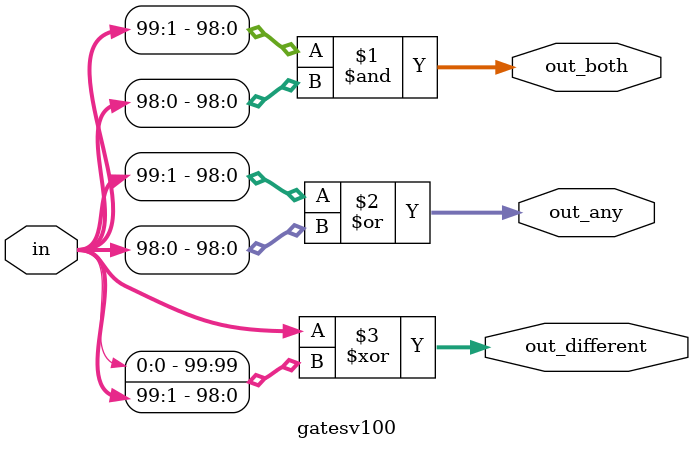
<source format=v>
module gatesv100( 
    input [99:0] in,
    output [98:0] out_both,
    output [99:1] out_any,
    output [99:0] out_different );
	
    
    assign out_both = in[99:1] & in[98:0]; 
    assign out_any  = in[99:1] | in[98:0];
    assign out_different = in[99:0] ^ {in[0],in[99:1]};
    
endmodule

</source>
